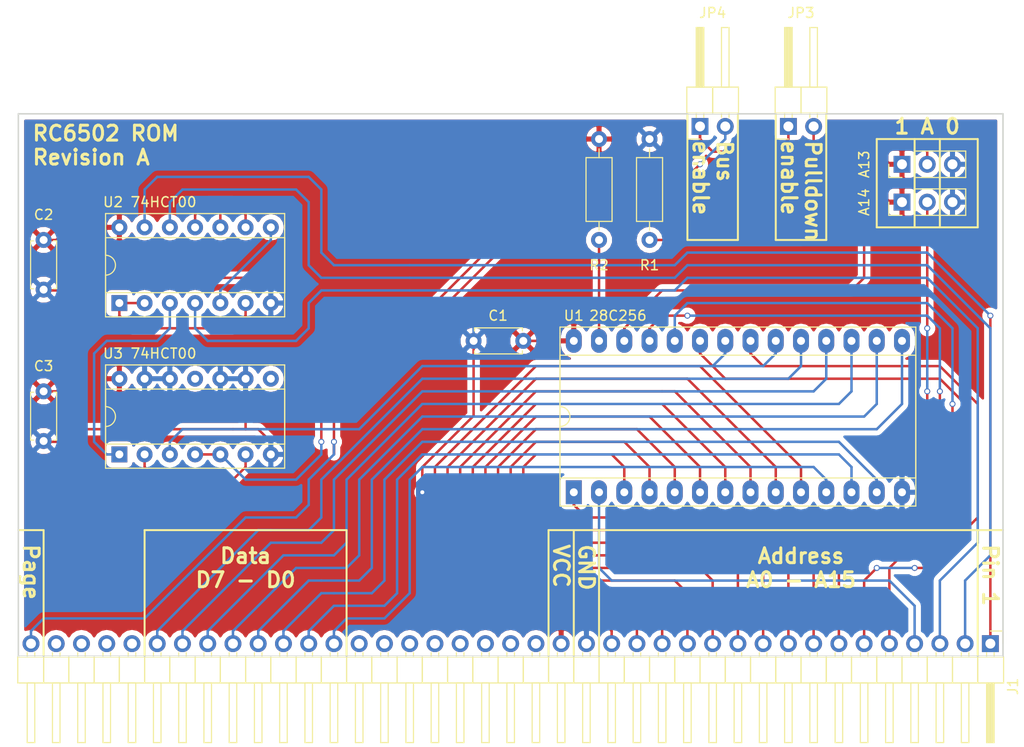
<source format=kicad_pcb>
(kicad_pcb (version 4) (host pcbnew 4.0.6)
  (layers (0 F.Cu signal) (31 B.Cu signal) (34 B.Paste user) (35 F.Paste user) (36 B.SilkS user) (37 F.SilkS user) (38 B.Mask user) (39 F.Mask user) (44 Edge.Cuts user))
  (net 0 "")
  (net 1 VCC)
  (net 2 GND)
  (net 3 A15)
  (net 4 A14)
  (net 5 A13)
  (net 6 A12)
  (net 7 A11)
  (net 8 A10)
  (net 9 A9)
  (net 10 A8)
  (net 11 A7)
  (net 12 A6)
  (net 13 A5)
  (net 14 A4)
  (net 15 A3)
  (net 16 A2)
  (net 17 A1)
  (net 18 A0)
  (net 19 D0)
  (net 20 D1)
  (net 21 D2)
  (net 22 D3)
  (net 23 D4)
  (net 24 D5)
  (net 25 D6)
  (net 26 D7)
  (net 27 "Net-(J1-Pad39)")
  (net 28 A13_W)
  (net 29 A14_W)
  (net 30 PAGE_EN)
  (net 31 "Net-(JP3-Pad2)")
  (net 32 CS)
  (net 33 CS_IN)
  (net 34 "Net-(U2-Pad5)")
  (net 35 "Net-(U2-Pad10)")
  (net 36 "Net-(U2-Pad3)")
  (net 37 "Net-(U3-Pad2)")
  (net 38 "Net-(R2-Pad1)")
  (module Capacitors_THT:C_Disc_D4.7mm_W2.5mm_P5.00mm (layer F.Cu) (at 160.02 113.03 180)
    (fp_text reference C1 (at 2.54 2.54 180) (layer F.SilkS))
    (fp_text value 100nF)
    (pad 1 thru_hole circle (at 0 0 180) (size 1.6 1.6) (drill 0.8) (layers *.Cu *.Mask) (net 1 VCC))
    (pad 2 thru_hole circle (at 5 0 180) (size 1.6 1.6) (drill 0.8) (layers *.Cu *.Mask) (net 2 GND))
  )
  (module Capacitors_THT:C_Disc_D4.7mm_W2.5mm_P5.00mm (layer F.Cu) (at 111.76 102.87 270)
    (fp_text reference C2 (at -2.54 0 360) (layer F.SilkS))
    (fp_text value 100nF)
    (pad 1 thru_hole circle (at 0 0 270) (size 1.6 1.6) (drill 0.8) (layers *.Cu *.Mask) (net 1 VCC))
    (pad 2 thru_hole circle (at 5 0 270) (size 1.6 1.6) (drill 0.8) (layers *.Cu *.Mask) (net 2 GND))
  )
  (module Capacitors_THT:C_Disc_D4.7mm_W2.5mm_P5.00mm (layer F.Cu) (at 111.76 118.11 270)
    (fp_text reference C3 (at -2.54 0 360) (layer F.SilkS))
    (fp_text value 100nF)
    (pad 1 thru_hole circle (at 0 0 270) (size 1.6 1.6) (drill 0.8) (layers *.Cu *.Mask) (net 1 VCC))
    (pad 2 thru_hole circle (at 5 0 270) (size 1.6 1.6) (drill 0.8) (layers *.Cu *.Mask) (net 2 GND))
  )
  (module Pin_Headers:Pin_Header_Angled_1x39_Pitch2.54mm (layer F.Cu) (at 207.01 143.51 270)
    (fp_text reference J1 (at 4.315 -2.27 270) (layer F.SilkS))
    (fp_text value CONN_01X39)
    (pad 1 thru_hole rect (at 0 0 270) (size 1.7 1.7) (drill 1) (layers *.Cu *.Mask) (net 3 A15))
    (pad 2 thru_hole oval (at 0 2.54 270) (size 1.7 1.7) (drill 1) (layers *.Cu *.Mask) (net 4 A14))
    (pad 3 thru_hole oval (at 0 5.08 270) (size 1.7 1.7) (drill 1) (layers *.Cu *.Mask) (net 5 A13))
    (pad 4 thru_hole oval (at 0 7.62 270) (size 1.7 1.7) (drill 1) (layers *.Cu *.Mask) (net 6 A12))
    (pad 5 thru_hole oval (at 0 10.16 270) (size 1.7 1.7) (drill 1) (layers *.Cu *.Mask) (net 7 A11))
    (pad 6 thru_hole oval (at 0 12.7 270) (size 1.7 1.7) (drill 1) (layers *.Cu *.Mask) (net 8 A10))
    (pad 7 thru_hole oval (at 0 15.24 270) (size 1.7 1.7) (drill 1) (layers *.Cu *.Mask) (net 9 A9))
    (pad 8 thru_hole oval (at 0 17.78 270) (size 1.7 1.7) (drill 1) (layers *.Cu *.Mask) (net 10 A8))
    (pad 9 thru_hole oval (at 0 20.32 270) (size 1.7 1.7) (drill 1) (layers *.Cu *.Mask) (net 11 A7))
    (pad 10 thru_hole oval (at 0 22.86 270) (size 1.7 1.7) (drill 1) (layers *.Cu *.Mask) (net 12 A6))
    (pad 11 thru_hole oval (at 0 25.4 270) (size 1.7 1.7) (drill 1) (layers *.Cu *.Mask) (net 13 A5))
    (pad 12 thru_hole oval (at 0 27.94 270) (size 1.7 1.7) (drill 1) (layers *.Cu *.Mask) (net 14 A4))
    (pad 13 thru_hole oval (at 0 30.48 270) (size 1.7 1.7) (drill 1) (layers *.Cu *.Mask) (net 15 A3))
    (pad 14 thru_hole oval (at 0 33.02 270) (size 1.7 1.7) (drill 1) (layers *.Cu *.Mask) (net 16 A2))
    (pad 15 thru_hole oval (at 0 35.56 270) (size 1.7 1.7) (drill 1) (layers *.Cu *.Mask) (net 17 A1))
    (pad 16 thru_hole oval (at 0 38.1 270) (size 1.7 1.7) (drill 1) (layers *.Cu *.Mask) (net 18 A0))
    (pad 17 thru_hole oval (at 0 40.64 270) (size 1.7 1.7) (drill 1) (layers *.Cu *.Mask) (net 2 GND))
    (pad 18 thru_hole oval (at 0 43.18 270) (size 1.7 1.7) (drill 1) (layers *.Cu *.Mask) (net 1 VCC))
    (pad 19 thru_hole oval (at 0 45.72 270) (size 1.7 1.7) (drill 1) (layers *.Cu *.Mask))
    (pad 20 thru_hole oval (at 0 48.26 270) (size 1.7 1.7) (drill 1) (layers *.Cu *.Mask))
    (pad 21 thru_hole oval (at 0 50.8 270) (size 1.7 1.7) (drill 1) (layers *.Cu *.Mask))
    (pad 22 thru_hole oval (at 0 53.34 270) (size 1.7 1.7) (drill 1) (layers *.Cu *.Mask))
    (pad 23 thru_hole oval (at 0 55.88 270) (size 1.7 1.7) (drill 1) (layers *.Cu *.Mask))
    (pad 24 thru_hole oval (at 0 58.42 270) (size 1.7 1.7) (drill 1) (layers *.Cu *.Mask))
    (pad 25 thru_hole oval (at 0 60.96 270) (size 1.7 1.7) (drill 1) (layers *.Cu *.Mask))
    (pad 26 thru_hole oval (at 0 63.5 270) (size 1.7 1.7) (drill 1) (layers *.Cu *.Mask))
    (pad 27 thru_hole oval (at 0 66.04 270) (size 1.7 1.7) (drill 1) (layers *.Cu *.Mask) (net 19 D0))
    (pad 28 thru_hole oval (at 0 68.58 270) (size 1.7 1.7) (drill 1) (layers *.Cu *.Mask) (net 20 D1))
    (pad 29 thru_hole oval (at 0 71.12 270) (size 1.7 1.7) (drill 1) (layers *.Cu *.Mask) (net 21 D2))
    (pad 30 thru_hole oval (at 0 73.66 270) (size 1.7 1.7) (drill 1) (layers *.Cu *.Mask) (net 22 D3))
    (pad 31 thru_hole oval (at 0 76.2 270) (size 1.7 1.7) (drill 1) (layers *.Cu *.Mask) (net 23 D4))
    (pad 32 thru_hole oval (at 0 78.74 270) (size 1.7 1.7) (drill 1) (layers *.Cu *.Mask) (net 24 D5))
    (pad 33 thru_hole oval (at 0 81.28 270) (size 1.7 1.7) (drill 1) (layers *.Cu *.Mask) (net 25 D6))
    (pad 34 thru_hole oval (at 0 83.82 270) (size 1.7 1.7) (drill 1) (layers *.Cu *.Mask) (net 26 D7))
    (pad 35 thru_hole oval (at 0 86.36 270) (size 1.7 1.7) (drill 1) (layers *.Cu *.Mask))
    (pad 36 thru_hole oval (at 0 88.9 270) (size 1.7 1.7) (drill 1) (layers *.Cu *.Mask))
    (pad 37 thru_hole oval (at 0 91.44 270) (size 1.7 1.7) (drill 1) (layers *.Cu *.Mask))
    (pad 38 thru_hole oval (at 0 93.98 270) (size 1.7 1.7) (drill 1) (layers *.Cu *.Mask))
    (pad 39 thru_hole oval (at 0 96.52 270) (size 1.7 1.7) (drill 1) (layers *.Cu *.Mask) (net 27 "Net-(J1-Pad39)"))
  )
  (module Pin_Headers:Pin_Header_Angled_1x02_Pitch2.54mm (layer F.Cu) (at 186.69 91.44 90)
    (fp_text reference JP3 (at 11.43 1.27 180) (layer F.SilkS))
    (fp_text value "Page PullDown")
    (pad 1 thru_hole rect (at 0 0 90) (size 1.7 1.7) (drill 1) (layers *.Cu *.Mask) (net 30 PAGE_EN))
    (pad 2 thru_hole oval (at 0 2.54 90) (size 1.7 1.7) (drill 1) (layers *.Cu *.Mask) (net 31 "Net-(JP3-Pad2)"))
  )
  (module Pin_Headers:Pin_Header_Angled_1x02_Pitch2.54mm (layer F.Cu) (at 177.8 91.44 90)
    (fp_text reference JP4 (at 11.43 1.27 180) (layer F.SilkS))
    (fp_text value "Bus enable")
    (pad 1 thru_hole rect (at 0 0 90) (size 1.7 1.7) (drill 1) (layers *.Cu *.Mask) (net 30 PAGE_EN))
    (pad 2 thru_hole oval (at 0 2.54 90) (size 1.7 1.7) (drill 1) (layers *.Cu *.Mask) (net 27 "Net-(J1-Pad39)"))
  )
  (module Resistors_THT:R_Axial_DIN0207_L6.3mm_D2.5mm_P10.16mm_Horizontal (layer F.Cu) (at 172.72 92.71 270)
    (fp_text reference R1 (at 12.7 0 360) (layer F.SilkS))
    (fp_text value 10k)
    (pad 1 thru_hole circle (at 0 0 270) (size 1.6 1.6) (drill 0.8) (layers *.Cu *.Mask) (net 2 GND))
    (pad 2 thru_hole oval (at 10.16 0 270) (size 1.6 1.6) (drill 0.8) (layers *.Cu *.Mask) (net 31 "Net-(JP3-Pad2)"))
  )
  (module Resistors_THT:R_Axial_DIN0207_L6.3mm_D2.5mm_P10.16mm_Horizontal (layer F.Cu) (at 167.64 102.87 90)
    (fp_text reference R2 (at -2.54 0 180) (layer F.SilkS))
    (fp_text value 3.3k)
    (pad 1 thru_hole circle (at 0 0 90) (size 1.6 1.6) (drill 0.8) (layers *.Cu *.Mask) (net 38 "Net-(R2-Pad1)"))
    (pad 2 thru_hole oval (at 10.16 0 90) (size 1.6 1.6) (drill 0.8) (layers *.Cu *.Mask) (net 1 VCC))
  )
  (module Housings_DIP:DIP-28_W15.24mm_Socket_LongPads (layer F.Cu) (at 165.1 128.27 90)
    (fp_text reference U1 (at 17.78 0 180) (layer F.SilkS))
    (fp_text value 28C256 (at 17.78 4.445 180) (layer F.SilkS))
    (pad 1 thru_hole rect (at 0 0 90) (size 2.4 1.6) (drill 0.8) (layers *.Cu *.Mask) (net 29 A14_W))
    (pad 15 thru_hole oval (at 15.24 33.02 90) (size 2.4 1.6) (drill 0.8) (layers *.Cu *.Mask) (net 22 D3))
    (pad 2 thru_hole oval (at 0 2.54 90) (size 2.4 1.6) (drill 0.8) (layers *.Cu *.Mask) (net 6 A12))
    (pad 16 thru_hole oval (at 15.24 30.48 90) (size 2.4 1.6) (drill 0.8) (layers *.Cu *.Mask) (net 23 D4))
    (pad 3 thru_hole oval (at 0 5.08 90) (size 2.4 1.6) (drill 0.8) (layers *.Cu *.Mask) (net 11 A7))
    (pad 17 thru_hole oval (at 15.24 27.94 90) (size 2.4 1.6) (drill 0.8) (layers *.Cu *.Mask) (net 24 D5))
    (pad 4 thru_hole oval (at 0 7.62 90) (size 2.4 1.6) (drill 0.8) (layers *.Cu *.Mask) (net 12 A6))
    (pad 18 thru_hole oval (at 15.24 25.4 90) (size 2.4 1.6) (drill 0.8) (layers *.Cu *.Mask) (net 25 D6))
    (pad 5 thru_hole oval (at 0 10.16 90) (size 2.4 1.6) (drill 0.8) (layers *.Cu *.Mask) (net 13 A5))
    (pad 19 thru_hole oval (at 15.24 22.86 90) (size 2.4 1.6) (drill 0.8) (layers *.Cu *.Mask) (net 26 D7))
    (pad 6 thru_hole oval (at 0 12.7 90) (size 2.4 1.6) (drill 0.8) (layers *.Cu *.Mask) (net 14 A4))
    (pad 20 thru_hole oval (at 15.24 20.32 90) (size 2.4 1.6) (drill 0.8) (layers *.Cu *.Mask) (net 32 CS))
    (pad 7 thru_hole oval (at 0 15.24 90) (size 2.4 1.6) (drill 0.8) (layers *.Cu *.Mask) (net 15 A3))
    (pad 21 thru_hole oval (at 15.24 17.78 90) (size 2.4 1.6) (drill 0.8) (layers *.Cu *.Mask) (net 8 A10))
    (pad 8 thru_hole oval (at 0 17.78 90) (size 2.4 1.6) (drill 0.8) (layers *.Cu *.Mask) (net 16 A2))
    (pad 22 thru_hole oval (at 15.24 15.24 90) (size 2.4 1.6) (drill 0.8) (layers *.Cu *.Mask) (net 32 CS))
    (pad 9 thru_hole oval (at 0 20.32 90) (size 2.4 1.6) (drill 0.8) (layers *.Cu *.Mask) (net 17 A1))
    (pad 23 thru_hole oval (at 15.24 12.7 90) (size 2.4 1.6) (drill 0.8) (layers *.Cu *.Mask) (net 7 A11))
    (pad 10 thru_hole oval (at 0 22.86 90) (size 2.4 1.6) (drill 0.8) (layers *.Cu *.Mask) (net 18 A0))
    (pad 24 thru_hole oval (at 15.24 10.16 90) (size 2.4 1.6) (drill 0.8) (layers *.Cu *.Mask) (net 9 A9))
    (pad 11 thru_hole oval (at 0 25.4 90) (size 2.4 1.6) (drill 0.8) (layers *.Cu *.Mask) (net 19 D0))
    (pad 25 thru_hole oval (at 15.24 7.62 90) (size 2.4 1.6) (drill 0.8) (layers *.Cu *.Mask) (net 10 A8))
    (pad 12 thru_hole oval (at 0 27.94 90) (size 2.4 1.6) (drill 0.8) (layers *.Cu *.Mask) (net 20 D1))
    (pad 26 thru_hole oval (at 15.24 5.08 90) (size 2.4 1.6) (drill 0.8) (layers *.Cu *.Mask) (net 28 A13_W))
    (pad 13 thru_hole oval (at 0 30.48 90) (size 2.4 1.6) (drill 0.8) (layers *.Cu *.Mask) (net 21 D2))
    (pad 27 thru_hole oval (at 15.24 2.54 90) (size 2.4 1.6) (drill 0.8) (layers *.Cu *.Mask) (net 38 "Net-(R2-Pad1)"))
    (pad 14 thru_hole oval (at 0 33.02 90) (size 2.4 1.6) (drill 0.8) (layers *.Cu *.Mask) (net 2 GND))
    (pad 28 thru_hole oval (at 15.24 0 90) (size 2.4 1.6) (drill 0.8) (layers *.Cu *.Mask) (net 1 VCC))
  )
  (module Housings_DIP:DIP-14_W7.62mm_Socket (layer F.Cu) (at 119.38 109.22 90)
    (fp_text reference U2 (at 10.16 -0.635 180) (layer F.SilkS))
    (fp_text value 74HCT00 (at 10.16 4.445 180) (layer F.SilkS))
    (pad 1 thru_hole rect (at 0 0 90) (size 1.6 1.6) (drill 0.8) (layers *.Cu *.Mask) (net 33 CS_IN))
    (pad 8 thru_hole oval (at 7.62 15.24 90) (size 1.6 1.6) (drill 0.8) (layers *.Cu *.Mask) (net 34 "Net-(U2-Pad5)"))
    (pad 2 thru_hole oval (at 0 2.54 90) (size 1.6 1.6) (drill 0.8) (layers *.Cu *.Mask) (net 33 CS_IN))
    (pad 9 thru_hole oval (at 7.62 12.7 90) (size 1.6 1.6) (drill 0.8) (layers *.Cu *.Mask) (net 35 "Net-(U2-Pad10)"))
    (pad 3 thru_hole oval (at 0 5.08 90) (size 1.6 1.6) (drill 0.8) (layers *.Cu *.Mask) (net 36 "Net-(U2-Pad3)"))
    (pad 10 thru_hole oval (at 7.62 10.16 90) (size 1.6 1.6) (drill 0.8) (layers *.Cu *.Mask) (net 35 "Net-(U2-Pad10)"))
    (pad 4 thru_hole oval (at 0 7.62 90) (size 1.6 1.6) (drill 0.8) (layers *.Cu *.Mask) (net 5 A13))
    (pad 11 thru_hole oval (at 7.62 7.62 90) (size 1.6 1.6) (drill 0.8) (layers *.Cu *.Mask) (net 35 "Net-(U2-Pad10)"))
    (pad 5 thru_hole oval (at 0 10.16 90) (size 1.6 1.6) (drill 0.8) (layers *.Cu *.Mask) (net 34 "Net-(U2-Pad5)"))
    (pad 12 thru_hole oval (at 7.62 5.08 90) (size 1.6 1.6) (drill 0.8) (layers *.Cu *.Mask) (net 4 A14))
    (pad 6 thru_hole oval (at 0 12.7 90) (size 1.6 1.6) (drill 0.8) (layers *.Cu *.Mask) (net 33 CS_IN))
    (pad 13 thru_hole oval (at 7.62 2.54 90) (size 1.6 1.6) (drill 0.8) (layers *.Cu *.Mask) (net 3 A15))
    (pad 7 thru_hole oval (at 0 15.24 90) (size 1.6 1.6) (drill 0.8) (layers *.Cu *.Mask) (net 2 GND))
    (pad 14 thru_hole oval (at 7.62 0 90) (size 1.6 1.6) (drill 0.8) (layers *.Cu *.Mask) (net 1 VCC))
  )
  (module Housings_DIP:DIP-14_W7.62mm_Socket (layer F.Cu) (at 119.38 124.46 90)
    (fp_text reference U3 (at 10.16 -0.635 180) (layer F.SilkS))
    (fp_text value 74HCT00 (at 10.16 4.445 180) (layer F.SilkS))
    (pad 1 thru_hole rect (at 0 0 90) (size 1.6 1.6) (drill 0.8) (layers *.Cu *.Mask) (net 36 "Net-(U2-Pad3)"))
    (pad 8 thru_hole oval (at 7.62 15.24 90) (size 1.6 1.6) (drill 0.8) (layers *.Cu *.Mask))
    (pad 2 thru_hole oval (at 0 2.54 90) (size 1.6 1.6) (drill 0.8) (layers *.Cu *.Mask) (net 37 "Net-(U3-Pad2)"))
    (pad 9 thru_hole oval (at 7.62 12.7 90) (size 1.6 1.6) (drill 0.8) (layers *.Cu *.Mask) (net 2 GND))
    (pad 3 thru_hole oval (at 0 5.08 90) (size 1.6 1.6) (drill 0.8) (layers *.Cu *.Mask) (net 32 CS))
    (pad 10 thru_hole oval (at 7.62 10.16 90) (size 1.6 1.6) (drill 0.8) (layers *.Cu *.Mask) (net 2 GND))
    (pad 4 thru_hole oval (at 0 7.62 90) (size 1.6 1.6) (drill 0.8) (layers *.Cu *.Mask) (net 30 PAGE_EN))
    (pad 11 thru_hole oval (at 7.62 7.62 90) (size 1.6 1.6) (drill 0.8) (layers *.Cu *.Mask))
    (pad 5 thru_hole oval (at 0 10.16 90) (size 1.6 1.6) (drill 0.8) (layers *.Cu *.Mask) (net 30 PAGE_EN))
    (pad 12 thru_hole oval (at 7.62 5.08 90) (size 1.6 1.6) (drill 0.8) (layers *.Cu *.Mask) (net 2 GND))
    (pad 6 thru_hole oval (at 0 12.7 90) (size 1.6 1.6) (drill 0.8) (layers *.Cu *.Mask) (net 37 "Net-(U3-Pad2)"))
    (pad 13 thru_hole oval (at 7.62 2.54 90) (size 1.6 1.6) (drill 0.8) (layers *.Cu *.Mask) (net 2 GND))
    (pad 7 thru_hole oval (at 0 15.24 90) (size 1.6 1.6) (drill 0.8) (layers *.Cu *.Mask) (net 2 GND))
    (pad 14 thru_hole oval (at 7.62 0 90) (size 1.6 1.6) (drill 0.8) (layers *.Cu *.Mask) (net 1 VCC))
  )
  (module Pin_Headers:Pin_Header_Straight_1x03_Pitch2.54mm (layer F.Cu) (at 198.12 95.25 90)
    (fp_text reference A13 (at 0 -3.81 90) (layer F.SilkS))
    (fp_text value "A13 Select")
    (pad 1 thru_hole rect (at 0 0 90) (size 1.7 1.7) (drill 1) (layers *.Cu *.Mask) (net 1 VCC))
    (pad 2 thru_hole oval (at 0 2.54 90) (size 1.7 1.7) (drill 1) (layers *.Cu *.Mask) (net 28 A13_W))
    (pad 3 thru_hole oval (at 0 5.08 90) (size 1.7 1.7) (drill 1) (layers *.Cu *.Mask) (net 2 GND))
  )
  (module Pin_Headers:Pin_Header_Straight_1x03_Pitch2.54mm (layer F.Cu) (at 198.12 99.06 90)
    (fp_text reference A14 (at 0 -3.81 90) (layer F.SilkS))
    (fp_text value "A14 Select")
    (pad 1 thru_hole rect (at 0 0 90) (size 1.7 1.7) (drill 1) (layers *.Cu *.Mask) (net 1 VCC))
    (pad 2 thru_hole oval (at 0 2.54 90) (size 1.7 1.7) (drill 1) (layers *.Cu *.Mask) (net 29 A14_W))
    (pad 3 thru_hole oval (at 0 5.08 90) (size 1.7 1.7) (drill 1) (layers *.Cu *.Mask) (net 2 GND))
  )
  (gr_text Page (at 110.49 133.35 270) (layer F.SilkS) (effects (font (size 1.5 1.5) (thickness 0.3)) (justify left)))
  (gr_text VCC (at 163.83 133.35 270) (layer F.SilkS) (effects (font (size 1.5 1.5) (thickness 0.3)) (justify left)))
  (gr_text GND (at 166.37 133.35 270) (layer F.SilkS) (effects (font (size 1.5 1.5) (thickness 0.3)) (justify left)))
  (gr_text "Pin 1" (at 207.01 133.35 270) (layer F.SilkS) (effects (font (size 1.5 1.5) (thickness 0.3)) (justify left)))
  (gr_text "Address\nA0 - A15" (at 187.96 135.89) (layer F.SilkS) (effects (font (size 1.5 1.5) (thickness 0.3))))
  (gr_text "Data\nD7 - D0" (at 132.08 135.89) (layer F.SilkS) (effects (font (size 1.5 1.5) (thickness 0.3))))
  (gr_line (start 142.24 132.08) (end 142.24 144.78) (angle 90) (layer F.SilkS) (width 0.2))
  (gr_line (start 121.92 132.08) (end 142.24 132.08) (angle 90) (layer F.SilkS) (width 0.2))
  (gr_line (start 121.92 144.78) (end 121.92 132.08) (angle 90) (layer F.SilkS) (width 0.2))
  (gr_line (start 165.1 144.78) (end 165.1 132.08) (angle 90) (layer F.SilkS) (width 0.2))
  (gr_line (start 162.56 132.08) (end 162.56 144.78) (angle 90) (layer F.SilkS) (width 0.2))
  (gr_line (start 167.64 132.08) (end 162.56 132.08) (angle 90) (layer F.SilkS) (width 0.2))
  (gr_line (start 167.64 132.08) (end 205.74 132.08) (angle 90) (layer F.SilkS) (width 0.2))
  (gr_line (start 167.64 144.78) (end 167.64 132.08) (angle 90) (layer F.SilkS) (width 0.2))
  (gr_line (start 205.74 132.08) (end 208.28 132.08) (angle 90) (layer F.SilkS) (width 0.2))
  (gr_line (start 205.74 144.78) (end 205.74 132.08) (angle 90) (layer F.SilkS) (width 0.2))
  (gr_line (start 111.76 132.08) (end 109.22 132.08) (angle 90) (layer F.SilkS) (width 0.2))
  (gr_line (start 111.76 144.78) (end 111.76 132.08) (angle 90) (layer F.SilkS) (width 0.2))
  (gr_text "RC6502 ROM\nRevision A" (at 110.49 93.345) (layer F.SilkS) (effects (font (size 1.5 1.5) (thickness 0.3)) (justify left)))
  (gr_text "Bus\nenable" (at 179.07 92.71 270) (layer F.SilkS) (effects (font (size 1.5 1.5) (thickness 0.3)) (justify left)))
  (gr_text "Pulldown\nenable" (at 187.96 92.71 270) (layer F.SilkS) (effects (font (size 1.5 1.5) (thickness 0.3)) (justify left)))
  (gr_line (start 190.5 102.87) (end 190.5 90.17) (angle 90) (layer F.SilkS) (width 0.2))
  (gr_line (start 185.42 102.87) (end 190.5 102.87) (angle 90) (layer F.SilkS) (width 0.2))
  (gr_line (start 185.42 90.17) (end 185.42 102.87) (angle 90) (layer F.SilkS) (width 0.2))
  (gr_line (start 181.61 102.87) (end 181.61 90.17) (angle 90) (layer F.SilkS) (width 0.2))
  (gr_line (start 176.53 102.87) (end 181.61 102.87) (angle 90) (layer F.SilkS) (width 0.2))
  (gr_line (start 176.53 90.17) (end 176.53 102.87) (angle 90) (layer F.SilkS) (width 0.2))
  (gr_text 0 (at 203.2 91.44) (layer F.SilkS) (effects (font (size 1.5 1.5) (thickness 0.3))))
  (gr_text A (at 200.66 91.44) (layer F.SilkS) (effects (font (size 1.5 1.5) (thickness 0.3))))
  (gr_text 1 (at 198.12 91.44) (layer F.SilkS) (effects (font (size 1.5 1.5) (thickness 0.3))))
  (gr_line (start 201.93 101.6) (end 201.93 92.71) (angle 90) (layer F.SilkS) (width 0.2))
  (gr_line (start 199.39 101.6) (end 199.39 92.71) (angle 90) (layer F.SilkS) (width 0.2))
  (gr_line (start 195.58 101.6) (end 205.74 101.6) (angle 90) (layer F.SilkS) (width 0.2))
  (gr_line (start 195.58 92.71) (end 195.58 101.6) (angle 90) (layer F.SilkS) (width 0.2))
  (gr_line (start 205.74 92.71) (end 195.58 92.71) (angle 90) (layer F.SilkS) (width 0.2))
  (gr_line (start 205.74 101.6) (end 205.74 92.71) (angle 90) (layer F.SilkS) (width 0.2))
  (gr_line (start 208.28 144.78) (end 109.22 144.78) (angle 90) (layer Edge.Cuts) (width 0.15))
  (gr_line (start 208.28 90.17) (end 208.28 144.78) (angle 90) (layer Edge.Cuts) (width 0.15))
  (gr_line (start 109.22 90.17) (end 208.28 90.17) (angle 90) (layer Edge.Cuts) (width 0.15))
  (gr_line (start 109.22 144.78) (end 109.22 90.17) (angle 90) (layer Edge.Cuts) (width 0.15))
  (segment (start 119.38 116.84) (end 116.84 116.84) (width 0.25) (layer F.Cu) (net 1))
  (segment (start 114.3 118.11) (end 115.57 116.84) (width 0.25) (layer F.Cu) (net 1))
  (segment (start 115.57 116.84) (end 116.84 116.84) (width 0.25) (layer F.Cu) (net 1))
  (segment (start 114.3 118.11) (end 111.76 118.11) (width 0.25) (layer F.Cu) (net 1))
  (segment (start 119.38 101.6) (end 116.84 101.6) (width 0.25) (layer F.Cu) (net 1))
  (segment (start 113.03 102.87) (end 114.3 101.6) (width 0.25) (layer F.Cu) (net 1))
  (segment (start 114.3 101.6) (end 116.84 101.6) (width 0.25) (layer F.Cu) (net 1))
  (segment (start 113.03 102.87) (end 111.76 102.87) (width 0.25) (layer F.Cu) (net 1))
  (segment (start 160.02 113.03) (end 165.1 113.03) (width 0.25) (layer F.Cu) (net 1))
  (segment (start 155.02 113.03) (end 155.02 120.57) (width 0.25) (layer F.Cu) (net 2))
  (via (at 149.86 128.27) (size 0.6) (drill 0.4) (layers F.Cu B.Cu) (net 2))
  (segment (start 149.86 125.73) (end 149.86 128.27) (width 0.25) (layer F.Cu) (net 2))
  (segment (start 155.02 120.57) (end 149.86 125.73) (width 0.25) (layer F.Cu) (net 2))
  (segment (start 121.92 116.84) (end 124.46 116.84) (width 0.25) (layer F.Cu) (net 2))
  (segment (start 132.08 116.84) (end 132.08 121.92) (width 0.25) (layer F.Cu) (net 2))
  (segment (start 134.62 109.22) (end 134.62 107.95) (width 0.25) (layer F.Cu) (net 2))
  (segment (start 114.3 107.95) (end 111.84 107.95) (width 0.25) (layer F.Cu) (net 2))
  (segment (start 115.57 106.68) (end 114.3 107.95) (width 0.25) (layer F.Cu) (net 2))
  (segment (start 133.35 106.68) (end 115.57 106.68) (width 0.25) (layer F.Cu) (net 2))
  (segment (start 134.62 107.95) (end 133.35 106.68) (width 0.25) (layer F.Cu) (net 2))
  (segment (start 111.84 107.95) (end 111.76 107.87) (width 0.25) (layer F.Cu) (net 2))
  (segment (start 134.62 124.46) (end 134.62 123.19) (width 0.25) (layer F.Cu) (net 2))
  (segment (start 130.81 121.92) (end 121.92 121.92) (width 0.25) (layer F.Cu) (net 2))
  (segment (start 132.08 121.92) (end 130.81 121.92) (width 0.25) (layer F.Cu) (net 2))
  (segment (start 121.92 121.92) (end 115.57 121.92) (width 0.25) (layer F.Cu) (net 2))
  (segment (start 114.3 123.19) (end 111.84 123.19) (width 0.25) (layer F.Cu) (net 2))
  (segment (start 115.57 121.92) (end 114.3 123.19) (width 0.25) (layer F.Cu) (net 2))
  (segment (start 133.35 121.92) (end 132.08 121.92) (width 0.25) (layer F.Cu) (net 2))
  (segment (start 134.62 123.19) (end 133.35 121.92) (width 0.25) (layer F.Cu) (net 2))
  (segment (start 111.84 123.19) (end 111.76 123.11) (width 0.25) (layer F.Cu) (net 2))
  (segment (start 198.12 128.27) (end 198.12 125.73) (width 0.25) (layer B.Cu) (net 2))
  (segment (start 155.02 110.41) (end 155.02 113.03) (width 0.25) (layer B.Cu) (net 2))
  (segment (start 156.21 109.22) (end 155.02 110.41) (width 0.25) (layer B.Cu) (net 2))
  (segment (start 175.26 109.22) (end 156.21 109.22) (width 0.25) (layer B.Cu) (net 2))
  (segment (start 176.53 107.95) (end 175.26 109.22) (width 0.25) (layer B.Cu) (net 2))
  (segment (start 200.66 107.95) (end 176.53 107.95) (width 0.25) (layer B.Cu) (net 2))
  (segment (start 204.47 111.76) (end 200.66 107.95) (width 0.25) (layer B.Cu) (net 2))
  (segment (start 204.47 119.38) (end 204.47 111.76) (width 0.25) (layer B.Cu) (net 2))
  (segment (start 198.12 125.73) (end 204.47 119.38) (width 0.25) (layer B.Cu) (net 2))
  (segment (start 148.59 105.41) (end 140.97 105.41) (width 0.25) (layer B.Cu) (net 3))
  (segment (start 200.66 104.14) (end 176.53 104.14) (width 0.25) (layer B.Cu) (net 3))
  (via (at 207.01 110.49) (size 0.6) (drill 0.4) (layers F.Cu B.Cu) (net 3))
  (segment (start 207.01 110.49) (end 200.66 104.14) (width 0.25) (layer B.Cu) (net 3))
  (segment (start 207.01 143.51) (end 207.01 110.49) (width 0.25) (layer F.Cu) (net 3))
  (segment (start 175.26 105.41) (end 148.59 105.41) (width 0.25) (layer B.Cu) (net 3))
  (segment (start 176.53 104.14) (end 175.26 105.41) (width 0.25) (layer B.Cu) (net 3))
  (segment (start 121.92 97.79) (end 121.92 101.6) (width 0.25) (layer B.Cu) (net 3))
  (segment (start 123.19 96.52) (end 121.92 97.79) (width 0.25) (layer B.Cu) (net 3))
  (segment (start 138.43 96.52) (end 123.19 96.52) (width 0.25) (layer B.Cu) (net 3))
  (segment (start 139.7 97.79) (end 138.43 96.52) (width 0.25) (layer B.Cu) (net 3))
  (segment (start 139.7 104.14) (end 139.7 97.79) (width 0.25) (layer B.Cu) (net 3))
  (segment (start 140.97 105.41) (end 139.7 104.14) (width 0.25) (layer B.Cu) (net 3))
  (segment (start 124.46 101.6) (end 124.46 99.06) (width 0.25) (layer B.Cu) (net 4))
  (segment (start 200.66 105.41) (end 176.53 105.41) (width 0.25) (layer B.Cu) (net 4))
  (segment (start 204.47 137.16) (end 207.01 134.62) (width 0.25) (layer B.Cu) (net 4))
  (segment (start 207.01 134.62) (end 207.01 111.76) (width 0.25) (layer B.Cu) (net 4))
  (segment (start 204.47 137.16) (end 204.47 143.51) (width 0.25) (layer B.Cu) (net 4))
  (segment (start 207.01 111.76) (end 200.66 105.41) (width 0.25) (layer B.Cu) (net 4))
  (segment (start 175.26 106.68) (end 148.59 106.68) (width 0.25) (layer B.Cu) (net 4))
  (segment (start 176.53 105.41) (end 175.26 106.68) (width 0.25) (layer B.Cu) (net 4))
  (segment (start 139.7 106.68) (end 148.59 106.68) (width 0.25) (layer B.Cu) (net 4))
  (segment (start 138.43 105.41) (end 139.7 106.68) (width 0.25) (layer B.Cu) (net 4))
  (segment (start 138.43 99.06) (end 138.43 105.41) (width 0.25) (layer B.Cu) (net 4))
  (segment (start 137.16 97.79) (end 138.43 99.06) (width 0.25) (layer B.Cu) (net 4))
  (segment (start 125.73 97.79) (end 137.16 97.79) (width 0.25) (layer B.Cu) (net 4))
  (segment (start 124.46 99.06) (end 125.73 97.79) (width 0.25) (layer B.Cu) (net 4))
  (segment (start 148.59 107.95) (end 139.7 107.95) (width 0.25) (layer B.Cu) (net 5))
  (segment (start 200.66 106.68) (end 176.53 106.68) (width 0.25) (layer B.Cu) (net 5))
  (segment (start 201.93 137.16) (end 205.74 133.35) (width 0.25) (layer B.Cu) (net 5))
  (segment (start 205.74 133.35) (end 205.74 111.76) (width 0.25) (layer B.Cu) (net 5))
  (segment (start 201.93 143.51) (end 201.93 137.16) (width 0.25) (layer B.Cu) (net 5))
  (segment (start 205.74 111.76) (end 200.66 106.68) (width 0.25) (layer B.Cu) (net 5))
  (segment (start 175.26 107.95) (end 148.59 107.95) (width 0.25) (layer B.Cu) (net 5))
  (segment (start 176.53 106.68) (end 175.26 107.95) (width 0.25) (layer B.Cu) (net 5))
  (segment (start 127 111.76) (end 127 109.22) (width 0.25) (layer B.Cu) (net 5))
  (segment (start 128.27 113.03) (end 127 111.76) (width 0.25) (layer B.Cu) (net 5))
  (segment (start 137.16 113.03) (end 128.27 113.03) (width 0.25) (layer B.Cu) (net 5))
  (segment (start 138.43 111.76) (end 137.16 113.03) (width 0.25) (layer B.Cu) (net 5))
  (segment (start 138.43 110.49) (end 138.43 111.76) (width 0.25) (layer B.Cu) (net 5))
  (segment (start 138.43 109.22) (end 138.43 110.49) (width 0.25) (layer B.Cu) (net 5))
  (segment (start 139.7 107.95) (end 138.43 109.22) (width 0.25) (layer B.Cu) (net 5))
  (segment (start 199.39 143.51) (end 199.39 139.7) (width 0.25) (layer B.Cu) (net 6))
  (segment (start 167.64 135.89) (end 167.64 128.27) (width 0.25) (layer B.Cu) (net 6))
  (segment (start 168.91 137.16) (end 167.64 135.89) (width 0.25) (layer B.Cu) (net 6))
  (segment (start 196.85 137.16) (end 168.91 137.16) (width 0.25) (layer B.Cu) (net 6))
  (segment (start 199.39 139.7) (end 196.85 137.16) (width 0.25) (layer B.Cu) (net 6))
  (segment (start 204.47 119.38) (end 201.93 116.84) (width 0.25) (layer F.Cu) (net 7))
  (segment (start 196.85 143.51) (end 196.85 135.89) (width 0.25) (layer F.Cu) (net 7))
  (segment (start 204.47 123.19) (end 204.47 130.81) (width 0.25) (layer F.Cu) (net 7))
  (segment (start 204.47 130.81) (end 200.66 134.62) (width 0.25) (layer F.Cu) (net 7))
  (segment (start 200.66 134.62) (end 198.12 134.62) (width 0.25) (layer F.Cu) (net 7))
  (segment (start 198.12 134.62) (end 196.85 135.89) (width 0.25) (layer F.Cu) (net 7))
  (segment (start 204.47 123.19) (end 204.47 119.38) (width 0.25) (layer F.Cu) (net 7))
  (segment (start 177.8 114.3) (end 177.8 113.03) (width 0.25) (layer F.Cu) (net 7))
  (segment (start 180.34 116.84) (end 177.8 114.3) (width 0.25) (layer F.Cu) (net 7))
  (segment (start 201.93 116.84) (end 180.34 116.84) (width 0.25) (layer F.Cu) (net 7))
  (segment (start 205.74 119.38) (end 201.93 115.57) (width 0.25) (layer F.Cu) (net 8))
  (segment (start 194.31 137.16) (end 195.58 135.89) (width 0.25) (layer F.Cu) (net 8))
  (via (at 195.58 135.89) (size 0.6) (drill 0.4) (layers F.Cu B.Cu) (net 8))
  (segment (start 195.58 135.89) (end 199.39 135.89) (width 0.25) (layer B.Cu) (net 8))
  (via (at 199.39 135.89) (size 0.6) (drill 0.4) (layers F.Cu B.Cu) (net 8))
  (segment (start 199.39 135.89) (end 200.66 135.89) (width 0.25) (layer F.Cu) (net 8))
  (segment (start 200.66 135.89) (end 205.74 130.81) (width 0.25) (layer F.Cu) (net 8))
  (segment (start 205.74 130.81) (end 205.74 123.19) (width 0.25) (layer F.Cu) (net 8))
  (segment (start 194.31 143.51) (end 194.31 137.16) (width 0.25) (layer F.Cu) (net 8))
  (segment (start 205.74 119.38) (end 205.74 123.19) (width 0.25) (layer F.Cu) (net 8))
  (segment (start 182.88 114.3) (end 182.88 113.03) (width 0.25) (layer F.Cu) (net 8))
  (segment (start 184.15 115.57) (end 182.88 114.3) (width 0.25) (layer F.Cu) (net 8))
  (segment (start 201.93 115.57) (end 184.15 115.57) (width 0.25) (layer F.Cu) (net 8))
  (via (at 203.2 119.38) (size 0.6) (drill 0.4) (layers F.Cu B.Cu) (net 9))
  (segment (start 203.2 123.19) (end 203.2 119.38) (width 0.25) (layer F.Cu) (net 9))
  (segment (start 191.77 134.62) (end 193.04 133.35) (width 0.25) (layer F.Cu) (net 9))
  (segment (start 193.04 133.35) (end 200.66 133.35) (width 0.25) (layer F.Cu) (net 9))
  (segment (start 200.66 133.35) (end 203.2 130.81) (width 0.25) (layer F.Cu) (net 9))
  (segment (start 203.2 130.81) (end 203.2 123.19) (width 0.25) (layer F.Cu) (net 9))
  (segment (start 191.77 143.51) (end 191.77 134.62) (width 0.25) (layer F.Cu) (net 9))
  (segment (start 175.26 110.49) (end 175.26 113.03) (width 0.25) (layer B.Cu) (net 9))
  (segment (start 176.53 109.22) (end 175.26 110.49) (width 0.25) (layer B.Cu) (net 9))
  (segment (start 179.07 109.22) (end 176.53 109.22) (width 0.25) (layer B.Cu) (net 9))
  (segment (start 200.66 109.22) (end 179.07 109.22) (width 0.25) (layer B.Cu) (net 9))
  (segment (start 203.2 111.76) (end 200.66 109.22) (width 0.25) (layer B.Cu) (net 9))
  (segment (start 203.2 115.57) (end 203.2 111.76) (width 0.25) (layer B.Cu) (net 9))
  (segment (start 203.2 119.38) (end 203.2 115.57) (width 0.25) (layer B.Cu) (net 9))
  (segment (start 201.93 120.65) (end 201.93 118.11) (width 0.25) (layer F.Cu) (net 10))
  (segment (start 189.23 143.51) (end 189.23 133.35) (width 0.25) (layer F.Cu) (net 10))
  (segment (start 201.93 130.81) (end 201.93 120.65) (width 0.25) (layer F.Cu) (net 10))
  (segment (start 200.66 132.08) (end 201.93 130.81) (width 0.25) (layer F.Cu) (net 10))
  (segment (start 190.5 132.08) (end 200.66 132.08) (width 0.25) (layer F.Cu) (net 10))
  (segment (start 189.23 133.35) (end 190.5 132.08) (width 0.25) (layer F.Cu) (net 10))
  (segment (start 172.72 111.76) (end 172.72 113.03) (width 0.25) (layer F.Cu) (net 10))
  (segment (start 173.99 110.49) (end 172.72 111.76) (width 0.25) (layer F.Cu) (net 10))
  (segment (start 176.53 110.49) (end 173.99 110.49) (width 0.25) (layer F.Cu) (net 10))
  (via (at 176.53 110.49) (size 0.6) (drill 0.4) (layers F.Cu B.Cu) (net 10))
  (segment (start 200.66 110.49) (end 176.53 110.49) (width 0.25) (layer B.Cu) (net 10))
  (segment (start 201.93 111.76) (end 200.66 110.49) (width 0.25) (layer B.Cu) (net 10))
  (segment (start 201.93 113.03) (end 201.93 111.76) (width 0.25) (layer B.Cu) (net 10))
  (segment (start 201.93 114.3) (end 201.93 113.03) (width 0.25) (layer B.Cu) (net 10))
  (segment (start 201.93 118.11) (end 201.93 114.3) (width 0.25) (layer B.Cu) (net 10))
  (via (at 201.93 118.11) (size 0.6) (drill 0.4) (layers F.Cu B.Cu) (net 10))
  (segment (start 170.18 128.27) (end 170.18 125.73) (width 0.25) (layer F.Cu) (net 11))
  (segment (start 186.69 133.35) (end 186.69 143.51) (width 0.25) (layer F.Cu) (net 11))
  (segment (start 185.42 132.08) (end 186.69 133.35) (width 0.25) (layer F.Cu) (net 11))
  (segment (start 184.15 132.08) (end 185.42 132.08) (width 0.25) (layer F.Cu) (net 11))
  (segment (start 182.88 132.08) (end 184.15 132.08) (width 0.25) (layer F.Cu) (net 11))
  (segment (start 162.56 132.08) (end 182.88 132.08) (width 0.25) (layer F.Cu) (net 11))
  (segment (start 160.02 129.54) (end 162.56 132.08) (width 0.25) (layer F.Cu) (net 11))
  (segment (start 160.02 125.73) (end 160.02 129.54) (width 0.25) (layer F.Cu) (net 11))
  (segment (start 161.29 124.46) (end 160.02 125.73) (width 0.25) (layer F.Cu) (net 11))
  (segment (start 168.91 124.46) (end 161.29 124.46) (width 0.25) (layer F.Cu) (net 11))
  (segment (start 170.18 125.73) (end 168.91 124.46) (width 0.25) (layer F.Cu) (net 11))
  (segment (start 184.15 143.51) (end 184.15 134.62) (width 0.25) (layer F.Cu) (net 12))
  (segment (start 172.72 125.73) (end 172.72 128.27) (width 0.25) (layer F.Cu) (net 12))
  (segment (start 170.18 123.19) (end 172.72 125.73) (width 0.25) (layer F.Cu) (net 12))
  (segment (start 161.29 123.19) (end 170.18 123.19) (width 0.25) (layer F.Cu) (net 12))
  (segment (start 158.75 125.73) (end 161.29 123.19) (width 0.25) (layer F.Cu) (net 12))
  (segment (start 158.75 129.54) (end 158.75 125.73) (width 0.25) (layer F.Cu) (net 12))
  (segment (start 162.56 133.35) (end 158.75 129.54) (width 0.25) (layer F.Cu) (net 12))
  (segment (start 182.88 133.35) (end 162.56 133.35) (width 0.25) (layer F.Cu) (net 12))
  (segment (start 184.15 134.62) (end 182.88 133.35) (width 0.25) (layer F.Cu) (net 12))
  (segment (start 181.61 143.51) (end 181.61 137.16) (width 0.25) (layer F.Cu) (net 13))
  (segment (start 175.26 125.73) (end 175.26 128.27) (width 0.25) (layer F.Cu) (net 13))
  (segment (start 171.45 121.92) (end 175.26 125.73) (width 0.25) (layer F.Cu) (net 13))
  (segment (start 161.29 121.92) (end 171.45 121.92) (width 0.25) (layer F.Cu) (net 13))
  (segment (start 157.48 125.73) (end 161.29 121.92) (width 0.25) (layer F.Cu) (net 13))
  (segment (start 157.48 129.54) (end 157.48 125.73) (width 0.25) (layer F.Cu) (net 13))
  (segment (start 162.56 134.62) (end 157.48 129.54) (width 0.25) (layer F.Cu) (net 13))
  (segment (start 180.34 134.62) (end 162.56 134.62) (width 0.25) (layer F.Cu) (net 13))
  (segment (start 181.61 135.89) (end 180.34 134.62) (width 0.25) (layer F.Cu) (net 13))
  (segment (start 181.61 137.16) (end 181.61 135.89) (width 0.25) (layer F.Cu) (net 13))
  (segment (start 177.8 128.27) (end 177.8 125.73) (width 0.25) (layer F.Cu) (net 14))
  (segment (start 179.07 137.16) (end 179.07 143.51) (width 0.25) (layer F.Cu) (net 14))
  (segment (start 177.8 135.89) (end 179.07 137.16) (width 0.25) (layer F.Cu) (net 14))
  (segment (start 162.56 135.89) (end 177.8 135.89) (width 0.25) (layer F.Cu) (net 14))
  (segment (start 156.21 129.54) (end 162.56 135.89) (width 0.25) (layer F.Cu) (net 14))
  (segment (start 156.21 125.73) (end 156.21 129.54) (width 0.25) (layer F.Cu) (net 14))
  (segment (start 161.29 120.65) (end 156.21 125.73) (width 0.25) (layer F.Cu) (net 14))
  (segment (start 172.72 120.65) (end 161.29 120.65) (width 0.25) (layer F.Cu) (net 14))
  (segment (start 177.8 125.73) (end 172.72 120.65) (width 0.25) (layer F.Cu) (net 14))
  (segment (start 180.34 128.27) (end 180.34 125.73) (width 0.25) (layer F.Cu) (net 15))
  (segment (start 176.53 138.43) (end 176.53 143.51) (width 0.25) (layer F.Cu) (net 15))
  (segment (start 175.26 137.16) (end 176.53 138.43) (width 0.25) (layer F.Cu) (net 15))
  (segment (start 162.56 137.16) (end 175.26 137.16) (width 0.25) (layer F.Cu) (net 15))
  (segment (start 154.94 129.54) (end 162.56 137.16) (width 0.25) (layer F.Cu) (net 15))
  (segment (start 154.94 125.73) (end 154.94 129.54) (width 0.25) (layer F.Cu) (net 15))
  (segment (start 161.29 119.38) (end 154.94 125.73) (width 0.25) (layer F.Cu) (net 15))
  (segment (start 173.99 119.38) (end 161.29 119.38) (width 0.25) (layer F.Cu) (net 15))
  (segment (start 180.34 125.73) (end 173.99 119.38) (width 0.25) (layer F.Cu) (net 15))
  (segment (start 173.99 143.51) (end 173.99 139.7) (width 0.25) (layer F.Cu) (net 16))
  (segment (start 173.99 139.7) (end 173.99 140.97) (width 0.25) (layer F.Cu) (net 16))
  (segment (start 173.99 140.97) (end 173.99 139.7) (width 0.25) (layer F.Cu) (net 16))
  (segment (start 173.99 139.7) (end 172.72 138.43) (width 0.25) (layer F.Cu) (net 16))
  (segment (start 172.72 138.43) (end 162.56 138.43) (width 0.25) (layer F.Cu) (net 16))
  (segment (start 162.56 138.43) (end 153.67 129.54) (width 0.25) (layer F.Cu) (net 16))
  (segment (start 153.67 129.54) (end 153.67 125.73) (width 0.25) (layer F.Cu) (net 16))
  (segment (start 153.67 125.73) (end 161.29 118.11) (width 0.25) (layer F.Cu) (net 16))
  (segment (start 161.29 118.11) (end 173.99 118.11) (width 0.25) (layer F.Cu) (net 16))
  (segment (start 173.99 118.11) (end 175.26 118.11) (width 0.25) (layer F.Cu) (net 16))
  (segment (start 175.26 118.11) (end 182.88 125.73) (width 0.25) (layer F.Cu) (net 16))
  (segment (start 182.88 125.73) (end 182.88 128.27) (width 0.25) (layer F.Cu) (net 16))
  (segment (start 171.45 143.51) (end 171.45 140.97) (width 0.25) (layer F.Cu) (net 17))
  (segment (start 185.42 125.73) (end 185.42 128.27) (width 0.25) (layer F.Cu) (net 17))
  (segment (start 176.53 116.84) (end 185.42 125.73) (width 0.25) (layer F.Cu) (net 17))
  (segment (start 161.29 116.84) (end 176.53 116.84) (width 0.25) (layer F.Cu) (net 17))
  (segment (start 152.4 125.73) (end 161.29 116.84) (width 0.25) (layer F.Cu) (net 17))
  (segment (start 152.4 129.54) (end 152.4 125.73) (width 0.25) (layer F.Cu) (net 17))
  (segment (start 162.56 139.7) (end 152.4 129.54) (width 0.25) (layer F.Cu) (net 17))
  (segment (start 170.18 139.7) (end 162.56 139.7) (width 0.25) (layer F.Cu) (net 17))
  (segment (start 171.45 140.97) (end 170.18 139.7) (width 0.25) (layer F.Cu) (net 17))
  (segment (start 168.91 143.51) (end 168.91 142.24) (width 0.25) (layer F.Cu) (net 18))
  (segment (start 187.96 125.73) (end 187.96 128.27) (width 0.25) (layer F.Cu) (net 18))
  (segment (start 177.8 115.57) (end 187.96 125.73) (width 0.25) (layer F.Cu) (net 18))
  (segment (start 161.29 115.57) (end 177.8 115.57) (width 0.25) (layer F.Cu) (net 18))
  (segment (start 151.13 125.73) (end 161.29 115.57) (width 0.25) (layer F.Cu) (net 18))
  (segment (start 151.13 129.54) (end 151.13 125.73) (width 0.25) (layer F.Cu) (net 18))
  (segment (start 162.56 140.97) (end 151.13 129.54) (width 0.25) (layer F.Cu) (net 18))
  (segment (start 167.64 140.97) (end 162.56 140.97) (width 0.25) (layer F.Cu) (net 18))
  (segment (start 168.91 142.24) (end 167.64 140.97) (width 0.25) (layer F.Cu) (net 18))
  (segment (start 146.05 140.97) (end 147.32 139.7) (width 0.25) (layer B.Cu) (net 19))
  (segment (start 147.32 139.7) (end 148.59 138.43) (width 0.25) (layer B.Cu) (net 19))
  (segment (start 149.86 125.73) (end 148.59 127) (width 0.25) (layer B.Cu) (net 19))
  (segment (start 148.59 127) (end 148.59 138.43) (width 0.25) (layer B.Cu) (net 19))
  (segment (start 190.5 128.27) (end 190.5 127) (width 0.25) (layer B.Cu) (net 19))
  (segment (start 189.23 125.73) (end 149.86 125.73) (width 0.25) (layer B.Cu) (net 19))
  (segment (start 190.5 127) (end 189.23 125.73) (width 0.25) (layer B.Cu) (net 19))
  (segment (start 142.24 140.97) (end 140.97 142.24) (width 0.25) (layer B.Cu) (net 19))
  (segment (start 146.05 140.97) (end 142.24 140.97) (width 0.25) (layer B.Cu) (net 19))
  (segment (start 140.97 142.24) (end 140.97 143.51) (width 0.25) (layer B.Cu) (net 19))
  (segment (start 138.43 143.51) (end 138.43 142.24) (width 0.25) (layer B.Cu) (net 20))
  (segment (start 147.32 127) (end 149.86 124.46) (width 0.25) (layer B.Cu) (net 20))
  (segment (start 147.32 138.43) (end 147.32 127) (width 0.25) (layer B.Cu) (net 20))
  (segment (start 146.05 139.7) (end 147.32 138.43) (width 0.25) (layer B.Cu) (net 20))
  (segment (start 140.97 139.7) (end 146.05 139.7) (width 0.25) (layer B.Cu) (net 20))
  (segment (start 138.43 142.24) (end 140.97 139.7) (width 0.25) (layer B.Cu) (net 20))
  (segment (start 193.04 128.27) (end 193.04 125.73) (width 0.25) (layer B.Cu) (net 20))
  (segment (start 191.77 124.46) (end 149.86 124.46) (width 0.25) (layer B.Cu) (net 20))
  (segment (start 193.04 125.73) (end 191.77 124.46) (width 0.25) (layer B.Cu) (net 20))
  (segment (start 149.86 123.19) (end 146.05 127) (width 0.25) (layer B.Cu) (net 21))
  (segment (start 135.89 142.24) (end 135.89 143.51) (width 0.25) (layer B.Cu) (net 21))
  (segment (start 139.7 138.43) (end 135.89 142.24) (width 0.25) (layer B.Cu) (net 21))
  (segment (start 140.97 138.43) (end 139.7 138.43) (width 0.25) (layer B.Cu) (net 21))
  (segment (start 144.78 138.43) (end 140.97 138.43) (width 0.25) (layer B.Cu) (net 21))
  (segment (start 146.05 137.16) (end 144.78 138.43) (width 0.25) (layer B.Cu) (net 21))
  (segment (start 146.05 127) (end 146.05 137.16) (width 0.25) (layer B.Cu) (net 21))
  (segment (start 195.58 128.27) (end 195.58 127) (width 0.25) (layer B.Cu) (net 21))
  (segment (start 182.88 123.19) (end 149.86 123.19) (width 0.25) (layer B.Cu) (net 21))
  (segment (start 191.77 123.19) (end 182.88 123.19) (width 0.25) (layer B.Cu) (net 21))
  (segment (start 195.58 127) (end 191.77 123.19) (width 0.25) (layer B.Cu) (net 21))
  (segment (start 149.86 121.92) (end 144.78 127) (width 0.25) (layer B.Cu) (net 22))
  (segment (start 133.35 142.24) (end 133.35 143.51) (width 0.25) (layer B.Cu) (net 22))
  (segment (start 138.43 137.16) (end 133.35 142.24) (width 0.25) (layer B.Cu) (net 22))
  (segment (start 139.7 137.16) (end 138.43 137.16) (width 0.25) (layer B.Cu) (net 22))
  (segment (start 143.51 137.16) (end 139.7 137.16) (width 0.25) (layer B.Cu) (net 22))
  (segment (start 144.78 135.89) (end 143.51 137.16) (width 0.25) (layer B.Cu) (net 22))
  (segment (start 144.78 127) (end 144.78 135.89) (width 0.25) (layer B.Cu) (net 22))
  (segment (start 198.12 113.03) (end 198.12 119.38) (width 0.25) (layer B.Cu) (net 22))
  (segment (start 195.58 121.92) (end 149.86 121.92) (width 0.25) (layer B.Cu) (net 22))
  (segment (start 198.12 119.38) (end 195.58 121.92) (width 0.25) (layer B.Cu) (net 22))
  (segment (start 130.81 143.51) (end 130.81 142.24) (width 0.25) (layer B.Cu) (net 23))
  (segment (start 143.51 127) (end 149.86 120.65) (width 0.25) (layer B.Cu) (net 23))
  (segment (start 143.51 134.62) (end 143.51 127) (width 0.25) (layer B.Cu) (net 23))
  (segment (start 142.24 135.89) (end 143.51 134.62) (width 0.25) (layer B.Cu) (net 23))
  (segment (start 137.16 135.89) (end 142.24 135.89) (width 0.25) (layer B.Cu) (net 23))
  (segment (start 130.81 142.24) (end 137.16 135.89) (width 0.25) (layer B.Cu) (net 23))
  (segment (start 195.58 119.38) (end 195.58 113.03) (width 0.25) (layer B.Cu) (net 23))
  (segment (start 194.31 120.65) (end 195.58 119.38) (width 0.25) (layer B.Cu) (net 23))
  (segment (start 149.86 120.65) (end 194.31 120.65) (width 0.25) (layer B.Cu) (net 23))
  (segment (start 149.86 119.38) (end 142.24 127) (width 0.25) (layer B.Cu) (net 24))
  (segment (start 128.27 142.24) (end 128.27 143.51) (width 0.25) (layer B.Cu) (net 24))
  (segment (start 135.89 134.62) (end 128.27 142.24) (width 0.25) (layer B.Cu) (net 24))
  (segment (start 140.97 134.62) (end 135.89 134.62) (width 0.25) (layer B.Cu) (net 24))
  (segment (start 142.24 133.35) (end 140.97 134.62) (width 0.25) (layer B.Cu) (net 24))
  (segment (start 142.24 127) (end 142.24 133.35) (width 0.25) (layer B.Cu) (net 24))
  (segment (start 193.04 113.03) (end 193.04 118.11) (width 0.25) (layer B.Cu) (net 24))
  (segment (start 191.77 119.38) (end 149.86 119.38) (width 0.25) (layer B.Cu) (net 24))
  (segment (start 193.04 118.11) (end 191.77 119.38) (width 0.25) (layer B.Cu) (net 24))
  (segment (start 149.86 118.11) (end 140.97 127) (width 0.25) (layer B.Cu) (net 25))
  (segment (start 125.73 142.24) (end 125.73 143.51) (width 0.25) (layer B.Cu) (net 25))
  (segment (start 134.62 133.35) (end 125.73 142.24) (width 0.25) (layer B.Cu) (net 25))
  (segment (start 139.7 133.35) (end 134.62 133.35) (width 0.25) (layer B.Cu) (net 25))
  (segment (start 140.97 132.08) (end 139.7 133.35) (width 0.25) (layer B.Cu) (net 25))
  (segment (start 140.97 127) (end 140.97 132.08) (width 0.25) (layer B.Cu) (net 25))
  (segment (start 190.5 116.84) (end 190.5 113.03) (width 0.25) (layer B.Cu) (net 25))
  (segment (start 189.23 118.11) (end 190.5 116.84) (width 0.25) (layer B.Cu) (net 25))
  (segment (start 149.86 118.11) (end 189.23 118.11) (width 0.25) (layer B.Cu) (net 25))
  (segment (start 149.86 116.84) (end 139.7 127) (width 0.25) (layer B.Cu) (net 26))
  (segment (start 123.19 142.24) (end 123.19 143.51) (width 0.25) (layer B.Cu) (net 26))
  (segment (start 133.35 132.08) (end 123.19 142.24) (width 0.25) (layer B.Cu) (net 26))
  (segment (start 134.62 132.08) (end 133.35 132.08) (width 0.25) (layer B.Cu) (net 26))
  (segment (start 138.43 132.08) (end 134.62 132.08) (width 0.25) (layer B.Cu) (net 26))
  (segment (start 139.7 130.81) (end 138.43 132.08) (width 0.25) (layer B.Cu) (net 26))
  (segment (start 139.7 127) (end 139.7 130.81) (width 0.25) (layer B.Cu) (net 26))
  (segment (start 187.96 113.03) (end 187.96 115.57) (width 0.25) (layer B.Cu) (net 26))
  (segment (start 186.69 116.84) (end 149.86 116.84) (width 0.25) (layer B.Cu) (net 26))
  (segment (start 187.96 115.57) (end 186.69 116.84) (width 0.25) (layer B.Cu) (net 26))
  (segment (start 157.48 104.14) (end 163.83 97.79) (width 0.25) (layer F.Cu) (net 27))
  (segment (start 163.83 97.79) (end 166.37 97.79) (width 0.25) (layer F.Cu) (net 27))
  (segment (start 180.34 91.44) (end 180.34 92.71) (width 0.25) (layer B.Cu) (net 27))
  (segment (start 175.26 97.79) (end 166.37 97.79) (width 0.25) (layer F.Cu) (net 27))
  (segment (start 177.8 95.25) (end 175.26 97.79) (width 0.25) (layer F.Cu) (net 27))
  (via (at 177.8 95.25) (size 0.6) (drill 0.4) (layers F.Cu B.Cu) (net 27))
  (segment (start 180.34 92.71) (end 177.8 95.25) (width 0.25) (layer B.Cu) (net 27))
  (segment (start 140.97 120.65) (end 140.97 123.19) (width 0.25) (layer F.Cu) (net 27))
  (segment (start 157.48 104.14) (end 140.97 120.65) (width 0.25) (layer F.Cu) (net 27))
  (segment (start 140.97 123.19) (end 140.97 124.46) (width 0.25) (layer F.Cu) (net 27))
  (segment (start 140.97 124.46) (end 140.97 123.19) (width 0.25) (layer F.Cu) (net 27))
  (via (at 140.97 123.19) (size 0.6) (drill 0.4) (layers F.Cu B.Cu) (net 27))
  (segment (start 140.97 123.19) (end 140.97 124.46) (width 0.25) (layer B.Cu) (net 27))
  (segment (start 140.97 124.46) (end 138.43 127) (width 0.25) (layer B.Cu) (net 27))
  (segment (start 138.43 127) (end 138.43 129.54) (width 0.25) (layer B.Cu) (net 27))
  (segment (start 138.43 129.54) (end 137.16 130.81) (width 0.25) (layer B.Cu) (net 27))
  (segment (start 137.16 130.81) (end 132.08 130.81) (width 0.25) (layer B.Cu) (net 27))
  (segment (start 132.08 130.81) (end 121.92 140.97) (width 0.25) (layer B.Cu) (net 27))
  (segment (start 121.92 140.97) (end 111.76 140.97) (width 0.25) (layer B.Cu) (net 27))
  (segment (start 111.76 140.97) (end 110.49 142.24) (width 0.25) (layer B.Cu) (net 27))
  (segment (start 110.49 142.24) (end 110.49 143.51) (width 0.25) (layer B.Cu) (net 27))
  (segment (start 170.18 113.03) (end 170.18 111.76) (width 0.25) (layer F.Cu) (net 28))
  (segment (start 200.66 93.98) (end 200.66 95.25) (width 0.25) (layer F.Cu) (net 28))
  (segment (start 199.39 92.71) (end 200.66 93.98) (width 0.25) (layer F.Cu) (net 28))
  (segment (start 195.58 92.71) (end 199.39 92.71) (width 0.25) (layer F.Cu) (net 28))
  (segment (start 194.31 93.98) (end 195.58 92.71) (width 0.25) (layer F.Cu) (net 28))
  (segment (start 194.31 106.68) (end 194.31 93.98) (width 0.25) (layer F.Cu) (net 28))
  (segment (start 193.04 107.95) (end 194.31 106.68) (width 0.25) (layer F.Cu) (net 28))
  (segment (start 173.99 107.95) (end 193.04 107.95) (width 0.25) (layer F.Cu) (net 28))
  (segment (start 170.18 111.76) (end 173.99 107.95) (width 0.25) (layer F.Cu) (net 28))
  (segment (start 165.1 128.27) (end 165.1 129.54) (width 0.25) (layer F.Cu) (net 29))
  (segment (start 200.66 111.76) (end 200.66 99.06) (width 0.25) (layer F.Cu) (net 29))
  (via (at 200.66 111.76) (size 0.6) (drill 0.4) (layers F.Cu B.Cu) (net 29))
  (segment (start 200.66 118.11) (end 200.66 111.76) (width 0.25) (layer B.Cu) (net 29))
  (via (at 200.66 118.11) (size 0.6) (drill 0.4) (layers F.Cu B.Cu) (net 29))
  (segment (start 200.66 129.54) (end 200.66 118.11) (width 0.25) (layer F.Cu) (net 29))
  (segment (start 199.39 130.81) (end 200.66 129.54) (width 0.25) (layer F.Cu) (net 29))
  (segment (start 166.37 130.81) (end 199.39 130.81) (width 0.25) (layer F.Cu) (net 29))
  (segment (start 165.1 129.54) (end 166.37 130.81) (width 0.25) (layer F.Cu) (net 29))
  (segment (start 129.54 124.46) (end 132.08 127) (width 0.25) (layer B.Cu) (net 30))
  (segment (start 177.8 93.98) (end 177.8 91.44) (width 0.25) (layer F.Cu) (net 30))
  (segment (start 175.26 96.52) (end 177.8 93.98) (width 0.25) (layer F.Cu) (net 30))
  (segment (start 163.83 96.52) (end 175.26 96.52) (width 0.25) (layer F.Cu) (net 30))
  (segment (start 139.7 120.65) (end 163.83 96.52) (width 0.25) (layer F.Cu) (net 30))
  (segment (start 139.7 123.19) (end 139.7 120.65) (width 0.25) (layer F.Cu) (net 30))
  (via (at 139.7 123.19) (size 0.6) (drill 0.4) (layers F.Cu B.Cu) (net 30))
  (segment (start 139.7 124.46) (end 139.7 123.19) (width 0.25) (layer B.Cu) (net 30))
  (segment (start 137.16 127) (end 139.7 124.46) (width 0.25) (layer B.Cu) (net 30))
  (segment (start 132.08 127) (end 137.16 127) (width 0.25) (layer B.Cu) (net 30))
  (segment (start 177.8 91.44) (end 177.8 92.71) (width 0.25) (layer F.Cu) (net 30))
  (segment (start 177.8 92.71) (end 179.07 93.98) (width 0.25) (layer F.Cu) (net 30))
  (segment (start 179.07 93.98) (end 185.42 93.98) (width 0.25) (layer F.Cu) (net 30))
  (segment (start 185.42 93.98) (end 186.69 92.71) (width 0.25) (layer F.Cu) (net 30))
  (segment (start 186.69 92.71) (end 186.69 91.44) (width 0.25) (layer F.Cu) (net 30))
  (segment (start 127 124.46) (end 129.54 124.46) (width 0.25) (layer F.Cu) (net 30))
  (segment (start 172.72 102.87) (end 187.96 102.87) (width 0.25) (layer F.Cu) (net 31))
  (segment (start 189.23 101.6) (end 189.23 91.44) (width 0.25) (layer F.Cu) (net 31))
  (segment (start 187.96 102.87) (end 189.23 101.6) (width 0.25) (layer F.Cu) (net 31))
  (segment (start 185.42 113.03) (end 185.42 114.3) (width 0.25) (layer B.Cu) (net 32))
  (segment (start 184.15 115.57) (end 179.07 115.57) (width 0.25) (layer B.Cu) (net 32))
  (segment (start 185.42 114.3) (end 184.15 115.57) (width 0.25) (layer B.Cu) (net 32))
  (segment (start 180.34 113.03) (end 180.34 114.3) (width 0.25) (layer B.Cu) (net 32))
  (segment (start 124.46 123.19) (end 124.46 124.46) (width 0.25) (layer B.Cu) (net 32))
  (segment (start 125.73 121.92) (end 124.46 123.19) (width 0.25) (layer B.Cu) (net 32))
  (segment (start 143.51 121.92) (end 125.73 121.92) (width 0.25) (layer B.Cu) (net 32))
  (segment (start 149.86 115.57) (end 143.51 121.92) (width 0.25) (layer B.Cu) (net 32))
  (segment (start 179.07 115.57) (end 149.86 115.57) (width 0.25) (layer B.Cu) (net 32))
  (segment (start 180.34 114.3) (end 179.07 115.57) (width 0.25) (layer B.Cu) (net 32))
  (segment (start 121.92 109.22) (end 119.38 109.22) (width 0.25) (layer F.Cu) (net 33))
  (segment (start 132.08 109.22) (end 132.08 110.49) (width 0.25) (layer F.Cu) (net 33))
  (segment (start 119.38 110.49) (end 119.38 109.22) (width 0.25) (layer F.Cu) (net 33))
  (segment (start 120.65 111.76) (end 119.38 110.49) (width 0.25) (layer F.Cu) (net 33))
  (segment (start 130.81 111.76) (end 120.65 111.76) (width 0.25) (layer F.Cu) (net 33))
  (segment (start 132.08 110.49) (end 130.81 111.76) (width 0.25) (layer F.Cu) (net 33))
  (segment (start 129.54 109.22) (end 129.54 107.95) (width 0.25) (layer B.Cu) (net 34))
  (segment (start 134.62 102.87) (end 134.62 101.6) (width 0.25) (layer B.Cu) (net 34))
  (segment (start 129.54 107.95) (end 134.62 102.87) (width 0.25) (layer B.Cu) (net 34))
  (segment (start 129.54 101.6) (end 129.54 99.06) (width 0.25) (layer F.Cu) (net 35))
  (segment (start 127 101.6) (end 127 100.33) (width 0.25) (layer F.Cu) (net 35))
  (segment (start 132.08 100.33) (end 132.08 101.6) (width 0.25) (layer F.Cu) (net 35))
  (segment (start 130.81 99.06) (end 132.08 100.33) (width 0.25) (layer F.Cu) (net 35))
  (segment (start 128.27 99.06) (end 129.54 99.06) (width 0.25) (layer F.Cu) (net 35))
  (segment (start 129.54 99.06) (end 130.81 99.06) (width 0.25) (layer F.Cu) (net 35))
  (segment (start 127 100.33) (end 128.27 99.06) (width 0.25) (layer F.Cu) (net 35))
  (segment (start 124.46 109.22) (end 124.46 111.76) (width 0.25) (layer B.Cu) (net 36))
  (segment (start 118.11 124.46) (end 116.84 123.19) (width 0.25) (layer B.Cu) (net 36))
  (segment (start 116.84 123.19) (end 116.84 114.3) (width 0.25) (layer B.Cu) (net 36))
  (segment (start 116.84 114.3) (end 118.11 113.03) (width 0.25) (layer B.Cu) (net 36))
  (segment (start 118.11 113.03) (end 123.19 113.03) (width 0.25) (layer B.Cu) (net 36))
  (segment (start 123.19 113.03) (end 124.46 111.76) (width 0.25) (layer B.Cu) (net 36))
  (segment (start 118.11 124.46) (end 119.38 124.46) (width 0.25) (layer B.Cu) (net 36))
  (segment (start 132.08 124.46) (end 132.08 125.73) (width 0.25) (layer F.Cu) (net 37))
  (segment (start 121.92 125.73) (end 121.92 124.46) (width 0.25) (layer F.Cu) (net 37))
  (segment (start 123.19 127) (end 121.92 125.73) (width 0.25) (layer F.Cu) (net 37))
  (segment (start 130.81 127) (end 123.19 127) (width 0.25) (layer F.Cu) (net 37))
  (segment (start 132.08 125.73) (end 130.81 127) (width 0.25) (layer F.Cu) (net 37))
  (segment (start 167.64 113.03) (end 167.64 102.87) (width 0.25) (layer F.Cu) (net 38))
  (zone (net 2) (net_name GND) (layer B.Cu) (connect_pads (clearance 0.508)) (min_thickness 0.254) (fill yes (arc_segments 16) (thermal_gap 0.508) (thermal_bridge_width 0.508))
    (polygon (pts (xy 208.28 144.78) (xy 109.22 144.78) (xy 109.22 90.17) (xy 208.28 90.17)))
  )
  (zone (net 1) (net_name VCC) (layer F.Cu) (connect_pads (clearance 0.508)) (min_thickness 0.254) (fill yes (arc_segments 16) (thermal_gap 0.508) (thermal_bridge_width 0.508))
    (polygon (pts (xy 208.28 144.78) (xy 109.22 144.78) (xy 109.22 90.17) (xy 208.28 90.17)))
  )
)
</source>
